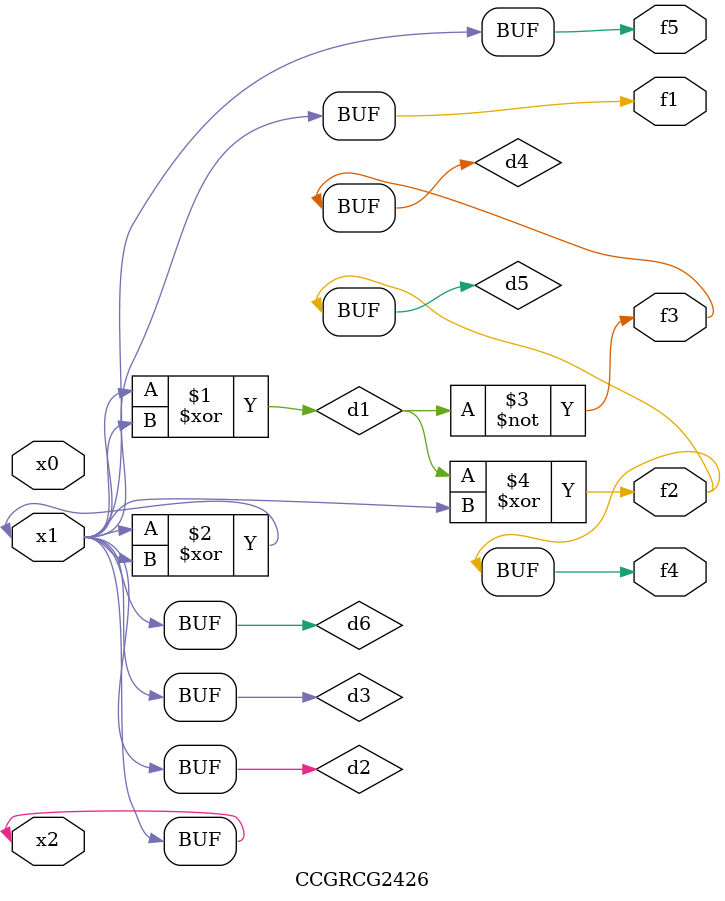
<source format=v>
module CCGRCG2426(
	input x0, x1, x2,
	output f1, f2, f3, f4, f5
);

	wire d1, d2, d3, d4, d5, d6;

	xor (d1, x1, x2);
	buf (d2, x1, x2);
	xor (d3, x1, x2);
	nor (d4, d1);
	xor (d5, d1, d2);
	buf (d6, d2, d3);
	assign f1 = d6;
	assign f2 = d5;
	assign f3 = d4;
	assign f4 = d5;
	assign f5 = d6;
endmodule

</source>
